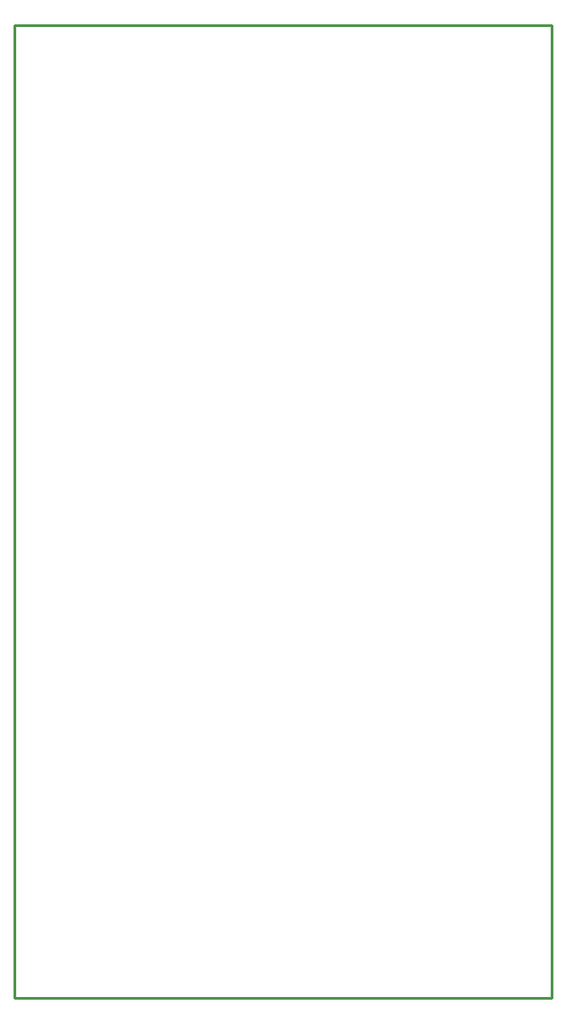
<source format=gbr>
G04 EAGLE Gerber RS-274X export*
G75*
%MOMM*%
%FSLAX34Y34*%
%LPD*%
%IN*%
%IPPOS*%
%AMOC8*
5,1,8,0,0,1.08239X$1,22.5*%
G01*
G04 Define Apertures*
%ADD10C,0.254000*%
D10*
X1270Y1270D02*
X505970Y1270D01*
X505970Y915670D01*
X1270Y915670D01*
X1270Y1270D01*
M02*

</source>
